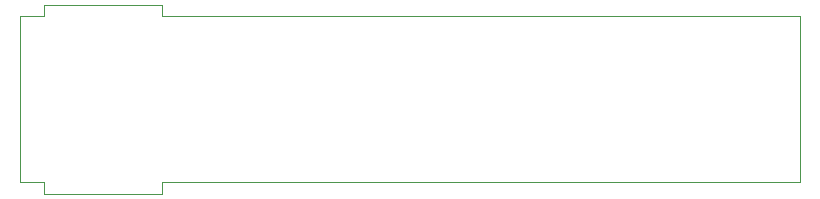
<source format=gm1>
G04 #@! TF.GenerationSoftware,KiCad,Pcbnew,6.0.10+dfsg-1~bpo11+1*
G04 #@! TF.ProjectId,project,70726f6a-6563-4742-9e6b-696361645f70,rev?*
G04 #@! TF.SameCoordinates,Original*
G04 #@! TF.FileFunction,Profile,NP*
%FSLAX46Y46*%
G04 Gerber Fmt 4.6, Leading zero omitted, Abs format (unit mm)*
%MOMM*%
%LPD*%
G01*
G04 APERTURE LIST*
G04 #@! TA.AperFunction,Profile*
%ADD10C,0.100000*%
G04 #@! TD*
G04 APERTURE END LIST*
D10*
X120262500Y-76037500D02*
X120262500Y-75037500D01*
X184262500Y-76037500D02*
X184262500Y-90037500D01*
X184262500Y-90037500D02*
X130262500Y-90037500D01*
X130262500Y-75037500D02*
X130262500Y-76037500D01*
X130262500Y-76037500D02*
X184262500Y-76037500D01*
X120262500Y-75037500D02*
X130262500Y-75037500D01*
X118262500Y-90037500D02*
X120262500Y-90037500D01*
X120262500Y-76037500D02*
X118262500Y-76037500D01*
X120262500Y-91037500D02*
X130262500Y-91037500D01*
X118262500Y-90037500D02*
X118262500Y-76037500D01*
X130262500Y-91037500D02*
X130262500Y-90037500D01*
X120262500Y-90037500D02*
X120262500Y-91037500D01*
M02*

</source>
